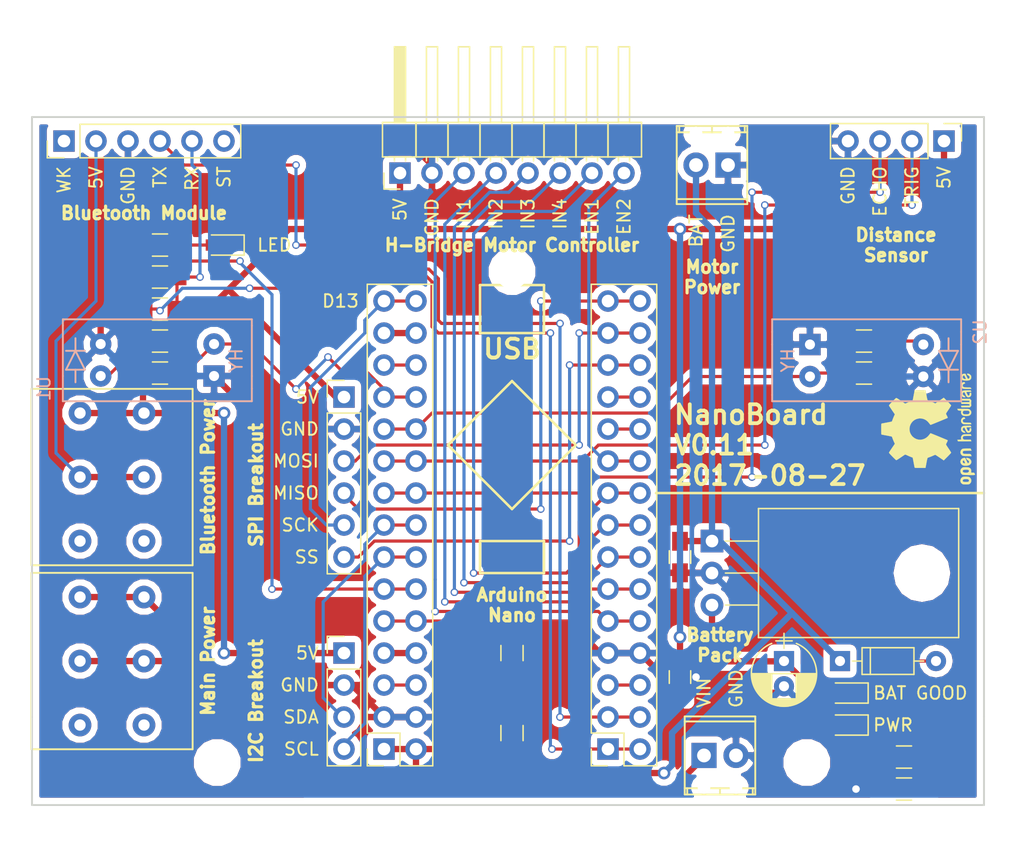
<source format=kicad_pcb>
(kicad_pcb (version 4) (host pcbnew 4.0.5)
  (layers (0 F.Cu signal) (31 B.Cu signal) (34 B.Paste user) (35 F.Paste user) (36 B.SilkS user) (37 F.SilkS user) (38 B.Mask user) (39 F.Mask user) (44 Edge.Cuts user))
  (net 0 "")
  (net 1 +5V)
  (net 2 GND)
  (net 3 /D2_IN1)
  (net 4 /D3_IN2)
  (net 5 /D4_IN3)
  (net 6 /D5_IN4)
  (net 7 /D6_EN1)
  (net 8 /D7_EN2)
  (net 9 /A2_UT_TRIG)
  (net 10 /A3_UT_ECHO)
  (net 11 /BAT)
  (net 12 /TX)
  (net 13 /RX)
  (net 14 /RST)
  (net 15 /D10_SS)
  (net 16 /D11_MOSI)
  (net 17 /D12_MISO)
  (net 18 /A5_SCL)
  (net 19 /A4_SDA)
  (net 20 /A1_OPT_R)
  (net 21 /A0_OPT_L)
  (net 22 /REF)
  (net 23 /3V3)
  (net 24 /D13_SCK)
  (net 25 "Net-(P7-Pad5)")
  (net 26 "Net-(R1-Pad1)")
  (net 27 "Net-(R3-Pad1)")
  (net 28 "Net-(D1-Pad1)")
  (net 29 "Net-(D4-Pad2)")
  (net 30 /A6_LED)
  (net 31 /D8)
  (net 32 /D9)
  (net 33 /A7_BATTERY)
  (net 34 "Net-(D2-Pad2)")
  (net 35 "Net-(D3-Pad1)")
  (net 36 "Net-(P7-Pad1)")
  (net 37 "Net-(P7-Pad6)")
  (net 38 "Net-(SW1-Pad3)")
  (net 39 "Net-(SW1-Pad6)")
  (net 40 "Net-(SW2-Pad3)")
  (net 41 "Net-(SW2-Pad6)")
  (net 42 /BAT-SW)
  (net 43 /SW-BT)
  (net 44 /5V)
  (module Mounting_Holes:MountingHole_2.7mm (layer F.Cu) (at 203.74 133.15)
    (fp_text reference REF** hide)
    (fp_text value MountingHole_2.7mm)
    (pad 1 np_thru_hole circle (at 0 0) (size 2.7 2.7) (drill 2.7) (layers *.Cu *.Mask))
  )
  (module Pin_Headers:Pin_Header_Straight_1x04_Pitch2.54mm (layer F.Cu) (at 214.63 83.82 270)
    (fp_text reference P2)
    (fp_text value "Ultransonic Transducer")
    (pad 1 thru_hole rect (at 0 0 270) (size 1.7 1.7) (drill 1) (layers *.Cu *.Mask) (net 1 +5V))
    (pad 2 thru_hole oval (at 0 2.54 270) (size 1.7 1.7) (drill 1) (layers *.Cu *.Mask) (net 9 /A2_UT_TRIG))
    (pad 3 thru_hole oval (at 0 5.08 270) (size 1.7 1.7) (drill 1) (layers *.Cu *.Mask) (net 10 /A3_UT_ECHO))
    (pad 4 thru_hole oval (at 0 7.62 270) (size 1.7 1.7) (drill 1) (layers *.Cu *.Mask) (net 2 GND))
  )
  (module Resistors_SMD:R_0805_HandSoldering (layer F.Cu) (at 152.4 99.695)
    (fp_text reference R1)
    (fp_text value 220R)
    (pad 1 smd rect (at -1.35 0) (size 1.5 1.3) (layers F.Cu F.Paste F.Mask) (net 26 "Net-(R1-Pad1)"))
    (pad 2 smd rect (at 1.35 0) (size 1.5 1.3) (layers F.Cu F.Paste F.Mask) (net 1 +5V))
  )
  (module Resistors_SMD:R_0805_HandSoldering (layer F.Cu) (at 152.4 102.235 180)
    (fp_text reference R2)
    (fp_text value 1k)
    (pad 1 smd rect (at -1.35 0 180) (size 1.5 1.3) (layers F.Cu F.Paste F.Mask) (net 21 /A0_OPT_L))
    (pad 2 smd rect (at 1.35 0 180) (size 1.5 1.3) (layers F.Cu F.Paste F.Mask) (net 1 +5V))
  )
  (module Resistors_SMD:R_0805_HandSoldering (layer F.Cu) (at 208.28 99.695 180)
    (fp_text reference R3)
    (fp_text value 220R)
    (pad 1 smd rect (at -1.35 0 180) (size 1.5 1.3) (layers F.Cu F.Paste F.Mask) (net 27 "Net-(R3-Pad1)"))
    (pad 2 smd rect (at 1.35 0 180) (size 1.5 1.3) (layers F.Cu F.Paste F.Mask) (net 1 +5V))
  )
  (module Resistors_SMD:R_0805_HandSoldering (layer F.Cu) (at 208.28 102.235)
    (fp_text reference R4)
    (fp_text value 1k)
    (pad 1 smd rect (at -1.35 0) (size 1.5 1.3) (layers F.Cu F.Paste F.Mask) (net 20 /A1_OPT_R))
    (pad 2 smd rect (at 1.35 0) (size 1.5 1.3) (layers F.Cu F.Paste F.Mask) (net 1 +5V))
  )
  (module Resistors_SMD:R_0805_HandSoldering (layer F.Cu) (at 152.4 94.615)
    (fp_text reference R5)
    (fp_text value 2.2k)
    (pad 1 smd rect (at -1.35 0) (size 1.5 1.3) (layers F.Cu F.Paste F.Mask) (net 2 GND))
    (pad 2 smd rect (at 1.35 0) (size 1.5 1.3) (layers F.Cu F.Paste F.Mask) (net 25 "Net-(P7-Pad5)"))
  )
  (module Resistors_SMD:R_0805_HandSoldering (layer F.Cu) (at 152.4 97.155 180)
    (fp_text reference R6)
    (fp_text value 1k)
    (pad 1 smd rect (at -1.35 0 180) (size 1.5 1.3) (layers F.Cu F.Paste F.Mask) (net 25 "Net-(P7-Pad5)"))
    (pad 2 smd rect (at 1.35 0 180) (size 1.5 1.3) (layers F.Cu F.Paste F.Mask) (net 12 /TX))
  )
  (module Diodes_SMD:D_0805 (layer F.Cu) (at 207.01 130.175 180)
    (fp_text reference D1)
    (fp_text value PWR)
    (pad 1 smd rect (at -1.05 0 180) (size 0.8 0.9) (layers F.Cu F.Paste F.Mask) (net 28 "Net-(D1-Pad1)"))
    (pad 2 smd rect (at 1.05 0 180) (size 0.8 0.9) (layers F.Cu F.Paste F.Mask) (net 1 +5V))
  )
  (module Resistors_SMD:R_0805_HandSoldering (layer F.Cu) (at 211.455 132.715 180)
    (fp_text reference R7)
    (fp_text value 220R)
    (pad 1 smd rect (at -1.35 0 180) (size 1.5 1.3) (layers F.Cu F.Paste F.Mask) (net 2 GND))
    (pad 2 smd rect (at 1.35 0 180) (size 1.5 1.3) (layers F.Cu F.Paste F.Mask) (net 28 "Net-(D1-Pad1)"))
  )
  (module Resistors_SMD:R_0805_HandSoldering (layer F.Cu) (at 180.34 130.81 90)
    (fp_text reference R8)
    (fp_text value 10K)
    (pad 1 smd rect (at -1.35 0 90) (size 1.5 1.3) (layers F.Cu F.Paste F.Mask) (net 11 /BAT))
    (pad 2 smd rect (at 1.35 0 90) (size 1.5 1.3) (layers F.Cu F.Paste F.Mask) (net 33 /A7_BATTERY))
  )
  (module Resistors_SMD:R_0805_HandSoldering (layer F.Cu) (at 180.34 124.46 90)
    (fp_text reference R9)
    (fp_text value 10K)
    (pad 1 smd rect (at -1.35 0 90) (size 1.5 1.3) (layers F.Cu F.Paste F.Mask) (net 33 /A7_BATTERY))
    (pad 2 smd rect (at 1.35 0 90) (size 1.5 1.3) (layers F.Cu F.Paste F.Mask) (net 2 GND))
  )
  (module Socket_Strips:Socket_Strip_Straight_1x04_Pitch2.54mm (layer F.Cu) (at 167.005 124.46)
    (fp_text reference P6)
    (fp_text value "I2C Breakout")
    (pad 1 thru_hole rect (at 0 0) (size 1.7 1.7) (drill 1) (layers *.Cu *.Mask) (net 1 +5V))
    (pad 2 thru_hole oval (at 0 2.54) (size 1.7 1.7) (drill 1) (layers *.Cu *.Mask) (net 2 GND))
    (pad 3 thru_hole oval (at 0 5.08) (size 1.7 1.7) (drill 1) (layers *.Cu *.Mask) (net 19 /A4_SDA))
    (pad 4 thru_hole oval (at 0 7.62) (size 1.7 1.7) (drill 1) (layers *.Cu *.Mask) (net 18 /A5_SCL))
  )
  (module Socket_Strips:Socket_Strip_Straight_1x06_Pitch2.54mm (layer F.Cu) (at 144.78 83.82 90)
    (fp_text reference P7)
    (fp_text value "HC-05 Bluetooth Connection")
    (pad 1 thru_hole rect (at 0 0 90) (size 1.7 1.7) (drill 1) (layers *.Cu *.Mask) (net 36 "Net-(P7-Pad1)"))
    (pad 2 thru_hole oval (at 0 2.54 90) (size 1.7 1.7) (drill 1) (layers *.Cu *.Mask) (net 43 /SW-BT))
    (pad 3 thru_hole oval (at 0 5.08 90) (size 1.7 1.7) (drill 1) (layers *.Cu *.Mask) (net 2 GND))
    (pad 4 thru_hole oval (at 0 7.62 90) (size 1.7 1.7) (drill 1) (layers *.Cu *.Mask) (net 13 /RX))
    (pad 5 thru_hole oval (at 0 10.16 90) (size 1.7 1.7) (drill 1) (layers *.Cu *.Mask) (net 25 "Net-(P7-Pad5)"))
    (pad 6 thru_hole oval (at 0 12.7 90) (size 1.7 1.7) (drill 1) (layers *.Cu *.Mask) (net 37 "Net-(P7-Pad6)"))
  )
  (module Socket_Strips:Socket_Strip_Straight_1x06_Pitch2.54mm (layer F.Cu) (at 167.005 104.14)
    (fp_text reference P8)
    (fp_text value "SPI Breakout")
    (pad 1 thru_hole rect (at 0 0) (size 1.7 1.7) (drill 1) (layers *.Cu *.Mask) (net 1 +5V))
    (pad 2 thru_hole oval (at 0 2.54) (size 1.7 1.7) (drill 1) (layers *.Cu *.Mask) (net 2 GND))
    (pad 3 thru_hole oval (at 0 5.08) (size 1.7 1.7) (drill 1) (layers *.Cu *.Mask) (net 16 /D11_MOSI))
    (pad 4 thru_hole oval (at 0 7.62) (size 1.7 1.7) (drill 1) (layers *.Cu *.Mask) (net 17 /D12_MISO))
    (pad 5 thru_hole oval (at 0 10.16) (size 1.7 1.7) (drill 1) (layers *.Cu *.Mask) (net 24 /D13_SCK))
    (pad 6 thru_hole oval (at 0 12.7) (size 1.7 1.7) (drill 1) (layers *.Cu *.Mask) (net 15 /D10_SS))
  )
  (module Socket_Strips:Socket_Strip_Straight_2x15_Pitch2.54mm (layer F.Cu) (at 187.96 132.08 180)
    (fp_text reference P4)
    (fp_text value "Nano Left")
    (pad 1 thru_hole rect (at 0 0 180) (size 1.7 1.7) (drill 1) (layers *.Cu *.Mask) (net 12 /TX))
    (pad 2 thru_hole oval (at -2.54 0 180) (size 1.7 1.7) (drill 1) (layers *.Cu *.Mask) (net 12 /TX))
    (pad 3 thru_hole oval (at 0 2.54 180) (size 1.7 1.7) (drill 1) (layers *.Cu *.Mask) (net 13 /RX))
    (pad 4 thru_hole oval (at -2.54 2.54 180) (size 1.7 1.7) (drill 1) (layers *.Cu *.Mask) (net 13 /RX))
    (pad 5 thru_hole oval (at 0 5.08 180) (size 1.7 1.7) (drill 1) (layers *.Cu *.Mask) (net 14 /RST))
    (pad 6 thru_hole oval (at -2.54 5.08 180) (size 1.7 1.7) (drill 1) (layers *.Cu *.Mask) (net 14 /RST))
    (pad 7 thru_hole oval (at 0 7.62 180) (size 1.7 1.7) (drill 1) (layers *.Cu *.Mask) (net 2 GND))
    (pad 8 thru_hole oval (at -2.54 7.62 180) (size 1.7 1.7) (drill 1) (layers *.Cu *.Mask) (net 2 GND))
    (pad 9 thru_hole oval (at 0 10.16 180) (size 1.7 1.7) (drill 1) (layers *.Cu *.Mask) (net 3 /D2_IN1))
    (pad 10 thru_hole oval (at -2.54 10.16 180) (size 1.7 1.7) (drill 1) (layers *.Cu *.Mask) (net 3 /D2_IN1))
    (pad 11 thru_hole oval (at 0 12.7 180) (size 1.7 1.7) (drill 1) (layers *.Cu *.Mask) (net 4 /D3_IN2))
    (pad 12 thru_hole oval (at -2.54 12.7 180) (size 1.7 1.7) (drill 1) (layers *.Cu *.Mask) (net 4 /D3_IN2))
    (pad 13 thru_hole oval (at 0 15.24 180) (size 1.7 1.7) (drill 1) (layers *.Cu *.Mask) (net 5 /D4_IN3))
    (pad 14 thru_hole oval (at -2.54 15.24 180) (size 1.7 1.7) (drill 1) (layers *.Cu *.Mask) (net 5 /D4_IN3))
    (pad 15 thru_hole oval (at 0 17.78 180) (size 1.7 1.7) (drill 1) (layers *.Cu *.Mask) (net 6 /D5_IN4))
    (pad 16 thru_hole oval (at -2.54 17.78 180) (size 1.7 1.7) (drill 1) (layers *.Cu *.Mask) (net 6 /D5_IN4))
    (pad 17 thru_hole oval (at 0 20.32 180) (size 1.7 1.7) (drill 1) (layers *.Cu *.Mask) (net 7 /D6_EN1))
    (pad 18 thru_hole oval (at -2.54 20.32 180) (size 1.7 1.7) (drill 1) (layers *.Cu *.Mask) (net 7 /D6_EN1))
    (pad 19 thru_hole oval (at 0 22.86 180) (size 1.7 1.7) (drill 1) (layers *.Cu *.Mask) (net 8 /D7_EN2))
    (pad 20 thru_hole oval (at -2.54 22.86 180) (size 1.7 1.7) (drill 1) (layers *.Cu *.Mask) (net 8 /D7_EN2))
    (pad 21 thru_hole oval (at 0 25.4 180) (size 1.7 1.7) (drill 1) (layers *.Cu *.Mask) (net 31 /D8))
    (pad 22 thru_hole oval (at -2.54 25.4 180) (size 1.7 1.7) (drill 1) (layers *.Cu *.Mask) (net 31 /D8))
    (pad 23 thru_hole oval (at 0 27.94 180) (size 1.7 1.7) (drill 1) (layers *.Cu *.Mask) (net 32 /D9))
    (pad 24 thru_hole oval (at -2.54 27.94 180) (size 1.7 1.7) (drill 1) (layers *.Cu *.Mask) (net 32 /D9))
    (pad 25 thru_hole oval (at 0 30.48 180) (size 1.7 1.7) (drill 1) (layers *.Cu *.Mask) (net 15 /D10_SS))
    (pad 26 thru_hole oval (at -2.54 30.48 180) (size 1.7 1.7) (drill 1) (layers *.Cu *.Mask) (net 15 /D10_SS))
    (pad 27 thru_hole oval (at 0 33.02 180) (size 1.7 1.7) (drill 1) (layers *.Cu *.Mask) (net 16 /D11_MOSI))
    (pad 28 thru_hole oval (at -2.54 33.02 180) (size 1.7 1.7) (drill 1) (layers *.Cu *.Mask) (net 16 /D11_MOSI))
    (pad 29 thru_hole oval (at 0 35.56 180) (size 1.7 1.7) (drill 1) (layers *.Cu *.Mask) (net 17 /D12_MISO))
    (pad 30 thru_hole oval (at -2.54 35.56 180) (size 1.7 1.7) (drill 1) (layers *.Cu *.Mask) (net 17 /D12_MISO))
  )
  (module Socket_Strips:Socket_Strip_Straight_2x15_Pitch2.54mm (layer F.Cu) (at 170.18 132.08 180)
    (fp_text reference P5)
    (fp_text value "Nano Right")
    (pad 1 thru_hole rect (at 0 0 180) (size 1.7 1.7) (drill 1) (layers *.Cu *.Mask) (net 11 /BAT))
    (pad 2 thru_hole oval (at -2.54 0 180) (size 1.7 1.7) (drill 1) (layers *.Cu *.Mask) (net 11 /BAT))
    (pad 3 thru_hole oval (at 0 2.54 180) (size 1.7 1.7) (drill 1) (layers *.Cu *.Mask) (net 2 GND))
    (pad 4 thru_hole oval (at -2.54 2.54 180) (size 1.7 1.7) (drill 1) (layers *.Cu *.Mask) (net 2 GND))
    (pad 5 thru_hole oval (at 0 5.08 180) (size 1.7 1.7) (drill 1) (layers *.Cu *.Mask) (net 14 /RST))
    (pad 6 thru_hole oval (at -2.54 5.08 180) (size 1.7 1.7) (drill 1) (layers *.Cu *.Mask) (net 14 /RST))
    (pad 7 thru_hole oval (at 0 7.62 180) (size 1.7 1.7) (drill 1) (layers *.Cu *.Mask) (net 44 /5V))
    (pad 8 thru_hole oval (at -2.54 7.62 180) (size 1.7 1.7) (drill 1) (layers *.Cu *.Mask) (net 44 /5V))
    (pad 9 thru_hole oval (at 0 10.16 180) (size 1.7 1.7) (drill 1) (layers *.Cu *.Mask) (net 33 /A7_BATTERY))
    (pad 10 thru_hole oval (at -2.54 10.16 180) (size 1.7 1.7) (drill 1) (layers *.Cu *.Mask) (net 33 /A7_BATTERY))
    (pad 11 thru_hole oval (at 0 12.7 180) (size 1.7 1.7) (drill 1) (layers *.Cu *.Mask) (net 30 /A6_LED))
    (pad 12 thru_hole oval (at -2.54 12.7 180) (size 1.7 1.7) (drill 1) (layers *.Cu *.Mask) (net 30 /A6_LED))
    (pad 13 thru_hole oval (at 0 15.24 180) (size 1.7 1.7) (drill 1) (layers *.Cu *.Mask) (net 18 /A5_SCL))
    (pad 14 thru_hole oval (at -2.54 15.24 180) (size 1.7 1.7) (drill 1) (layers *.Cu *.Mask) (net 18 /A5_SCL))
    (pad 15 thru_hole oval (at 0 17.78 180) (size 1.7 1.7) (drill 1) (layers *.Cu *.Mask) (net 19 /A4_SDA))
    (pad 16 thru_hole oval (at -2.54 17.78 180) (size 1.7 1.7) (drill 1) (layers *.Cu *.Mask) (net 19 /A4_SDA))
    (pad 17 thru_hole oval (at 0 20.32 180) (size 1.7 1.7) (drill 1) (layers *.Cu *.Mask) (net 10 /A3_UT_ECHO))
    (pad 18 thru_hole oval (at -2.54 20.32 180) (size 1.7 1.7) (drill 1) (layers *.Cu *.Mask) (net 10 /A3_UT_ECHO))
    (pad 19 thru_hole oval (at 0 22.86 180) (size 1.7 1.7) (drill 1) (layers *.Cu *.Mask) (net 9 /A2_UT_TRIG))
    (pad 20 thru_hole oval (at -2.54 22.86 180) (size 1.7 1.7) (drill 1) (layers *.Cu *.Mask) (net 9 /A2_UT_TRIG))
    (pad 21 thru_hole oval (at 0 25.4 180) (size 1.7 1.7) (drill 1) (layers *.Cu *.Mask) (net 20 /A1_OPT_R))
    (pad 22 thru_hole oval (at -2.54 25.4 180) (size 1.7 1.7) (drill 1) (layers *.Cu *.Mask) (net 20 /A1_OPT_R))
    (pad 23 thru_hole oval (at 0 27.94 180) (size 1.7 1.7) (drill 1) (layers *.Cu *.Mask) (net 21 /A0_OPT_L))
    (pad 24 thru_hole oval (at -2.54 27.94 180) (size 1.7 1.7) (drill 1) (layers *.Cu *.Mask) (net 21 /A0_OPT_L))
    (pad 25 thru_hole oval (at 0 30.48 180) (size 1.7 1.7) (drill 1) (layers *.Cu *.Mask) (net 22 /REF))
    (pad 26 thru_hole oval (at -2.54 30.48 180) (size 1.7 1.7) (drill 1) (layers *.Cu *.Mask) (net 22 /REF))
    (pad 27 thru_hole oval (at 0 33.02 180) (size 1.7 1.7) (drill 1) (layers *.Cu *.Mask) (net 23 /3V3))
    (pad 28 thru_hole oval (at -2.54 33.02 180) (size 1.7 1.7) (drill 1) (layers *.Cu *.Mask) (net 23 /3V3))
    (pad 29 thru_hole oval (at 0 35.56 180) (size 1.7 1.7) (drill 1) (layers *.Cu *.Mask) (net 24 /D13_SCK))
    (pad 30 thru_hole oval (at -2.54 35.56 180) (size 1.7 1.7) (drill 1) (layers *.Cu *.Mask) (net 24 /D13_SCK))
  )
  (module Pin_Headers:Pin_Header_Angled_1x08_Pitch2.54mm (layer F.Cu) (at 171.45 86.36 90)
    (fp_text reference P1)
    (fp_text value "H-Bridge Connector")
    (pad 1 thru_hole rect (at 0 0 90) (size 1.7 1.7) (drill 1) (layers *.Cu *.Mask) (net 1 +5V))
    (pad 2 thru_hole oval (at 0 2.54 90) (size 1.7 1.7) (drill 1) (layers *.Cu *.Mask) (net 2 GND))
    (pad 3 thru_hole oval (at 0 5.08 90) (size 1.7 1.7) (drill 1) (layers *.Cu *.Mask) (net 3 /D2_IN1))
    (pad 4 thru_hole oval (at 0 7.62 90) (size 1.7 1.7) (drill 1) (layers *.Cu *.Mask) (net 4 /D3_IN2))
    (pad 5 thru_hole oval (at 0 10.16 90) (size 1.7 1.7) (drill 1) (layers *.Cu *.Mask) (net 5 /D4_IN3))
    (pad 6 thru_hole oval (at 0 12.7 90) (size 1.7 1.7) (drill 1) (layers *.Cu *.Mask) (net 6 /D5_IN4))
    (pad 7 thru_hole oval (at 0 15.24 90) (size 1.7 1.7) (drill 1) (layers *.Cu *.Mask) (net 7 /D6_EN1))
    (pad 8 thru_hole oval (at 0 17.78 90) (size 1.7 1.7) (drill 1) (layers *.Cu *.Mask) (net 8 /D7_EN2))
  )
  (module Capacitors_SMD:C_0805_HandSoldering (layer F.Cu) (at 193.675 116.84 270)
    (fp_text reference C1)
    (fp_text value 1u)
    (pad 1 smd rect (at -1.25 0 270) (size 1.5 1.25) (layers F.Cu F.Paste F.Mask) (net 11 /BAT))
    (pad 2 smd rect (at 1.25 0 270) (size 1.5 1.25) (layers F.Cu F.Paste F.Mask) (net 2 GND))
  )
  (module Capacitors_SMD:C_0805_HandSoldering (layer F.Cu) (at 193.675 126.365 270)
    (fp_text reference C2)
    (fp_text value 1u)
    (pad 1 smd rect (at -1.25 0 270) (size 1.5 1.25) (layers F.Cu F.Paste F.Mask) (net 1 +5V))
    (pad 2 smd rect (at 1.25 0 270) (size 1.5 1.25) (layers F.Cu F.Paste F.Mask) (net 2 GND))
  )
  (module Capacitors_THT:CP_Radial_D5.0mm_P2.00mm (layer F.Cu) (at 201.93 125.095 270)
    (fp_text reference C3)
    (fp_text value 10u)
    (pad 1 thru_hole rect (at 0 0 270) (size 1.6 1.6) (drill 0.8) (layers *.Cu *.Mask) (net 1 +5V))
    (pad 2 thru_hole circle (at 2 0 270) (size 1.6 1.6) (drill 0.8) (layers *.Cu *.Mask) (net 2 GND))
  )
  (module Mounting_Holes:MountingHole_2.7mm (layer F.Cu) (at 180.34 94.18)
    (fp_text reference REF** hide)
    (fp_text value MountingHole_2.7mm)
    (pad 1 np_thru_hole circle (at 0 0) (size 2.7 2.7) (drill 2.7) (layers *.Cu *.Mask))
  )
  (module Mounting_Holes:MountingHole_2.7mm (layer F.Cu) (at 156.94 133.15)
    (fp_text reference REF** hide)
    (fp_text value MountingHole_2.7mm)
    (pad 1 np_thru_hole circle (at 0 0) (size 2.7 2.7) (drill 2.7) (layers *.Cu *.Mask))
  )
  (module Diodes_SMD:D_0805 (layer F.Cu) (at 157.48 92.075 180)
    (fp_text reference D4)
    (fp_text value LED)
    (pad 1 smd rect (at -1.05 0 180) (size 0.8 0.9) (layers F.Cu F.Paste F.Mask) (net 2 GND))
    (pad 2 smd rect (at 1.05 0 180) (size 0.8 0.9) (layers F.Cu F.Paste F.Mask) (net 29 "Net-(D4-Pad2)"))
  )
  (module Resistors_SMD:R_0805_HandSoldering (layer F.Cu) (at 152.4 92.075)
    (fp_text reference R10)
    (fp_text value 220R)
    (pad 1 smd rect (at -1.35 0) (size 1.5 1.3) (layers F.Cu F.Paste F.Mask) (net 30 /A6_LED))
    (pad 2 smd rect (at 1.35 0) (size 1.5 1.3) (layers F.Cu F.Paste F.Mask) (net 29 "Net-(D4-Pad2)"))
  )
  (module myLibrary:TerminalBlock_RS_Pro_MPT-2.54mm_2pol (layer F.Cu) (at 195.58 132.588)
    (fp_text reference P3)
    (fp_text value "Battery Pack Connection")
    (pad 2 thru_hole oval (at 2.54 0) (size 1.99898 1.99898) (drill 1.09728) (layers *.Cu *.Mask) (net 2 GND))
    (pad 1 thru_hole rect (at 0 0) (size 1.99898 1.99898) (drill 1.09728) (layers *.Cu *.Mask) (net 42 /BAT-SW))
    (pad "" np_thru_hole circle (at 0 2.54) (size 1 1) (drill 1) (layers *.Cu *.Mask))
    (pad "" np_thru_hole circle (at 2.54 2.54) (size 1 1) (drill 1) (layers *.Cu *.Mask))
  )
  (module myLibrary:TerminalBlock_RS_Pro_MPT-2.54mm_2pol (layer F.Cu) (at 197.485 85.725 180)
    (fp_text reference P9)
    (fp_text value "Motor Connection")
    (pad 2 thru_hole oval (at 2.54 0 180) (size 1.99898 1.99898) (drill 1.09728) (layers *.Cu *.Mask) (net 11 /BAT))
    (pad 1 thru_hole rect (at 0 0 180) (size 1.99898 1.99898) (drill 1.09728) (layers *.Cu *.Mask) (net 2 GND))
    (pad "" np_thru_hole circle (at 0 2.54 180) (size 1 1) (drill 1) (layers *.Cu *.Mask))
    (pad "" np_thru_hole circle (at 2.54 2.54 180) (size 1 1) (drill 1) (layers *.Cu *.Mask))
  )
  (module Resistors_SMD:R_0805_HandSoldering (layer F.Cu) (at 211.455 135.255 180)
    (fp_text reference R11)
    (fp_text value 220R)
    (pad 1 smd rect (at -1.35 0 180) (size 1.5 1.3) (layers F.Cu F.Paste F.Mask) (net 35 "Net-(D3-Pad1)"))
    (pad 2 smd rect (at 1.35 0 180) (size 1.5 1.3) (layers F.Cu F.Paste F.Mask) (net 2 GND))
  )
  (module myLibrary:Dailywell_DPDT_Switch (layer F.Cu) (at 148.59 125.095)
    (fp_text reference SW1)
    (fp_text value SW_DPDT)
    (pad 1 thru_hole circle (at -2.54 -5.08) (size 1.8 1.8) (drill 0.9) (layers *.Cu *.Mask) (net 11 /BAT))
    (pad 4 thru_hole circle (at 2.54 -5.08) (size 1.8 1.8) (drill 0.9) (layers *.Cu *.Mask) (net 11 /BAT))
    (pad 2 thru_hole circle (at -2.54 0) (size 1.8 1.8) (drill 0.9) (layers *.Cu *.Mask) (net 42 /BAT-SW))
    (pad 5 thru_hole circle (at 2.54 0) (size 1.8 1.8) (drill 0.9) (layers *.Cu *.Mask) (net 42 /BAT-SW))
    (pad 3 thru_hole circle (at -2.54 5.08) (size 1.8 1.8) (drill 0.9) (layers *.Cu *.Mask) (net 38 "Net-(SW1-Pad3)"))
    (pad 6 thru_hole circle (at 2.54 5.08) (size 1.8 1.8) (drill 0.9) (layers *.Cu *.Mask) (net 39 "Net-(SW1-Pad6)"))
  )
  (module myLibrary:Dailywell_DPDT_Switch (layer F.Cu) (at 148.59 110.49)
    (fp_text reference SW2)
    (fp_text value SW_DPDT)
    (pad 1 thru_hole circle (at -2.54 -5.08) (size 1.8 1.8) (drill 0.9) (layers *.Cu *.Mask) (net 1 +5V))
    (pad 4 thru_hole circle (at 2.54 -5.08) (size 1.8 1.8) (drill 0.9) (layers *.Cu *.Mask) (net 1 +5V))
    (pad 2 thru_hole circle (at -2.54 0) (size 1.8 1.8) (drill 0.9) (layers *.Cu *.Mask) (net 43 /SW-BT))
    (pad 5 thru_hole circle (at 2.54 0) (size 1.8 1.8) (drill 0.9) (layers *.Cu *.Mask) (net 43 /SW-BT))
    (pad 3 thru_hole circle (at -2.54 5.08) (size 1.8 1.8) (drill 0.9) (layers *.Cu *.Mask) (net 40 "Net-(SW2-Pad3)"))
    (pad 6 thru_hole circle (at 2.54 5.08) (size 1.8 1.8) (drill 0.9) (layers *.Cu *.Mask) (net 41 "Net-(SW2-Pad6)"))
  )
  (module myLibrary:TO-220_Horizontal_FIXED (layer F.Cu) (at 196.215 115.57 270)
    (fp_text reference U3)
    (fp_text value 7805)
    (pad None np_thru_hole oval (at 2.54 -16.66 270) (size 3.5 3.5) (drill 3.5) (layers *.Cu *.Mask))
    (pad VI thru_hole rect (at 0 0 270) (size 1.8 1.8) (drill 1) (layers *.Cu *.Mask) (net 11 /BAT))
    (pad GND thru_hole oval (at 2.54 0 270) (size 1.8 1.8) (drill 1) (layers *.Cu *.Mask) (net 2 GND))
    (pad VO thru_hole oval (at 5.08 0 270) (size 1.8 1.8) (drill 1) (layers *.Cu *.Mask) (net 1 +5V))
  )
  (module Diodes_THT:D_DO-35_SOD27_P7.62mm_Horizontal (layer F.Cu) (at 206.375 125.095)
    (fp_text reference D2)
    (fp_text value 5V1)
    (pad 1 thru_hole rect (at 0 0) (size 1.6 1.6) (drill 0.8) (layers *.Cu *.Mask) (net 11 /BAT))
    (pad 2 thru_hole oval (at 7.62 0) (size 1.6 1.6) (drill 0.8) (layers *.Cu *.Mask) (net 34 "Net-(D2-Pad2)"))
  )
  (module Diodes_SMD:D_0805 (layer F.Cu) (at 207.01 127.635 180)
    (fp_text reference D3)
    (fp_text value LED)
    (pad 1 smd rect (at -1.05 0 180) (size 0.8 0.9) (layers F.Cu F.Paste F.Mask) (net 35 "Net-(D3-Pad1)"))
    (pad 2 smd rect (at 1.05 0 180) (size 0.8 0.9) (layers F.Cu F.Paste F.Mask) (net 34 "Net-(D2-Pad2)"))
  )
  (module myLibrary:LTH-301-07 (layer B.Cu) (at 156.69 102.47 90)
    (fp_text reference U1 (at -1 -13.5 90) (layer B.SilkS) (effects (justify mirror)))
    (fp_text value "Left Optocoupler")
    (fp_text user HY (at 1.25 1.75 90) (layer B.SilkS) (effects (justify mirror)))
    (pad 15 thru_hole rect (at 0 0 90) (size 1.7 1.7) (drill 0.8) (layers *.Cu *.Mask) (net 2 GND))
    (pad 16 thru_hole circle (at 2.54 0 90) (size 1.7 1.7) (drill 0.8) (layers *.Cu *.Mask) (net 21 /A0_OPT_L))
    (pad 1 thru_hole circle (at 0 -9 90) (size 1.7 1.7) (drill 0.8) (layers *.Cu *.Mask) (net 26 "Net-(R1-Pad1)"))
    (pad 2 thru_hole circle (at 2.54 -9 90) (size 1.7 1.7) (drill 0.8) (layers *.Cu *.Mask) (net 2 GND))
  )
  (module myLibrary:LTH-301-07 (layer B.Cu) (at 203.99 99.97 270)
    (fp_text reference U2 (at -1 -13.5 270) (layer B.SilkS) (effects (justify mirror)))
    (fp_text value "Right Optocoupler")
    (fp_text user HY (at 1.25 1.75 270) (layer B.SilkS) (effects (justify mirror)))
    (pad 15 thru_hole rect (at 0 0 270) (size 1.7 1.7) (drill 0.8) (layers *.Cu *.Mask) (net 2 GND))
    (pad 16 thru_hole circle (at 2.54 0 270) (size 1.7 1.7) (drill 0.8) (layers *.Cu *.Mask) (net 20 /A1_OPT_R))
    (pad 1 thru_hole circle (at 0 -9 270) (size 1.7 1.7) (drill 0.8) (layers *.Cu *.Mask) (net 27 "Net-(R3-Pad1)"))
    (pad 2 thru_hole circle (at 2.54 -9 270) (size 1.7 1.7) (drill 0.8) (layers *.Cu *.Mask) (net 2 GND))
  )
  (module Symbols:OSHW-Logo2_9.8x8mm_SilkScreen (layer F.Cu) (at 213.36 106.68 90)
    (fp_text reference REF*** hide)
    (fp_text value OSHW-Logo2_9.8x8mm_SilkScreen hide)
  )
  (gr_line (start 191.77 111.76) (end 217.805 111.76) (angle 90) (layer F.SilkS) (width 0.2))
  (gr_text D13 (at 168.275 96.52) (layer F.SilkS) (effects (font (size 1 1)) (justify right)))
  (gr_text "Main Power" (at 156.21 125.095 90) (layer F.SilkS) (effects (font (size 1 1) (thickness 0.25))))
  (gr_text "Bluetooth Power" (at 156.21 110.49 90) (layer F.SilkS) (effects (font (size 1 1) (thickness 0.25))))
  (gr_text "BAT GOOD" (at 208.915 127.635) (layer F.SilkS) (effects (font (size 1 1)) (justify left)))
  (gr_line (start 177.8 118.11) (end 182.88 118.11) (angle 90) (layer F.SilkS) (width 0.2))
  (gr_text USB (at 180.34 100.33) (layer F.SilkS) (effects (font (size 1.5 1.5) (thickness 0.3))))
  (gr_text LED (at 160.02 92.075) (layer F.SilkS) (effects (font (size 1 1)) (justify left)))
  (gr_text SCL (at 165.1 132.08) (layer F.SilkS) (effects (font (size 1 1)) (justify right)))
  (gr_text SDA (at 165.1 129.54) (layer F.SilkS) (effects (font (size 1 1)) (justify right)))
  (gr_text GND (at 165.1 127) (layer F.SilkS) (effects (font (size 1 1)) (justify right)))
  (gr_text 5V (at 165.1 124.46) (layer F.SilkS) (effects (font (size 1 1)) (justify right)))
  (gr_text EN2 (at 189.23 88.265 90) (layer F.SilkS) (effects (font (size 1 1)) (justify right)))
  (gr_text EN1 (at 186.69 88.265 90) (layer F.SilkS) (effects (font (size 1 1)) (justify right)))
  (gr_text IN4 (at 184.15 88.265 90) (layer F.SilkS) (effects (font (size 1 1)) (justify right)))
  (gr_text IN3 (at 181.61 88.265 90) (layer F.SilkS) (effects (font (size 1 1)) (justify right)))
  (gr_text IN2 (at 179.07 88.265 90) (layer F.SilkS) (effects (font (size 1 1)) (justify right)))
  (gr_text IN1 (at 176.53 88.265 90) (layer F.SilkS) (effects (font (size 1 1)) (justify right)))
  (gr_text GND (at 173.99 88.265 90) (layer F.SilkS) (effects (font (size 1 1)) (justify right)))
  (gr_text 5V (at 171.45 88.265 90) (layer F.SilkS) (effects (font (size 1 1)) (justify right)))
  (gr_text "I2C Breakout" (at 160.02 128.27 90) (layer F.SilkS) (effects (font (size 1 1) (thickness 0.25))))
  (gr_text "H-Bridge Motor Controller" (at 180.34 92.075) (layer F.SilkS) (effects (font (size 1 1) (thickness 0.25))))
  (gr_text GND (at 207.01 85.725 90) (layer F.SilkS) (effects (font (size 1 1)) (justify right)))
  (gr_text ECHO (at 209.55 85.725 90) (layer F.SilkS) (effects (font (size 1 1)) (justify right)))
  (gr_text TRIG (at 212.09 85.725 90) (layer F.SilkS) (effects (font (size 1 1)) (justify right)))
  (gr_text 5V (at 214.63 85.725 90) (layer F.SilkS) (effects (font (size 1 1)) (justify right)))
  (gr_text "Distance\nSensor" (at 210.82 92.075) (layer F.SilkS) (effects (font (size 1 1) (thickness 0.25))))
  (gr_text GND (at 198.12 128.905 90) (layer F.SilkS) (effects (font (size 1 1)) (justify left)))
  (gr_text VIN (at 195.58 128.905 90) (layer F.SilkS) (effects (font (size 1 1)) (justify left)))
  (gr_text "Battery\nPack" (at 196.85 123.825) (layer F.SilkS) (effects (font (size 1 1) (thickness 0.25))))
  (gr_text GND (at 197.485 89.535 90) (layer F.SilkS) (effects (font (size 1 1)) (justify right)))
  (gr_text BAT (at 194.945 89.535 90) (layer F.SilkS) (effects (font (size 1 1)) (justify right)))
  (gr_text "Motor\nPower" (at 196.215 94.615) (layer F.SilkS) (effects (font (size 1 1) (thickness 0.25))))
  (gr_text 5V (at 165.1 104.14) (layer F.SilkS) (effects (font (size 1 1)) (justify right)))
  (gr_text GND (at 165.1 106.68) (layer F.SilkS) (effects (font (size 1 1)) (justify right)))
  (gr_text MOSI (at 165.1 109.22) (layer F.SilkS) (effects (font (size 1 1)) (justify right)))
  (gr_text MISO (at 165.1 111.76) (layer F.SilkS) (effects (font (size 1 1)) (justify right)))
  (gr_text SCK (at 165.1 114.3) (layer F.SilkS) (effects (font (size 1 1)) (justify right)))
  (gr_text SS (at 165.1 116.84) (layer F.SilkS) (effects (font (size 1 1)) (justify right)))
  (gr_text "SPI Breakout" (at 160.02 111.125 90) (layer F.SilkS) (effects (font (size 1 1) (thickness 0.25))))
  (gr_text PWR (at 208.915 130.175) (layer F.SilkS) (effects (font (size 1 1)) (justify left)))
  (gr_text WK (at 144.78 85.725 90) (layer F.SilkS) (effects (font (size 1 1)) (justify right)))
  (gr_text ST (at 157.48 85.725 90) (layer F.SilkS) (effects (font (size 1 1)) (justify right)))
  (gr_text RX (at 154.94 85.725 90) (layer F.SilkS) (effects (font (size 1 1)) (justify right)))
  (gr_text TX (at 152.4 85.725 90) (layer F.SilkS) (effects (font (size 1 1)) (justify right)))
  (gr_text GND (at 149.86 85.725 90) (layer F.SilkS) (effects (font (size 1 1)) (justify right)))
  (gr_text 5V (at 147.32 85.725 90) (layer F.SilkS) (effects (font (size 1 1)) (justify right)))
  (gr_text "Bluetooth Module" (at 151.13 89.535) (layer F.SilkS) (effects (font (size 1 1) (thickness 0.25))))
  (gr_line (start 217.805 136.525) (end 217.805 129.54) (angle 90) (layer Edge.Cuts) (width 0.15))
  (gr_line (start 142.24 136.525) (end 217.805 136.525) (angle 90) (layer Edge.Cuts) (width 0.15))
  (gr_line (start 142.24 129.54) (end 142.24 136.525) (angle 90) (layer Edge.Cuts) (width 0.15))
  (gr_text "Arduino\nNano" (at 180.34 120.65) (layer F.SilkS) (effects (font (size 1 1) (thickness 0.25))))
  (gr_text "NanoBoard\nV0.11\n2017-08-27" (at 193.04 107.95) (layer F.SilkS) (effects (font (size 1.5 1.5) (thickness 0.3)) (justify left)))
  (gr_line (start 142.24 81.915) (end 142.24 129.54) (angle 90) (layer Edge.Cuts) (width 0.15))
  (gr_line (start 217.805 81.915) (end 217.805 129.54) (angle 90) (layer Edge.Cuts) (width 0.15))
  (gr_line (start 142.24 81.915) (end 217.805 81.915) (angle 90) (layer Edge.Cuts) (width 0.15))
  (gr_line (start 182.88 99.06) (end 182.88 95.25) (angle 90) (layer F.SilkS) (width 0.2))
  (gr_line (start 177.8 99.06) (end 182.88 99.06) (angle 90) (layer F.SilkS) (width 0.2))
  (gr_line (start 177.8 95.25) (end 177.8 99.06) (angle 90) (layer F.SilkS) (width 0.2))
  (gr_line (start 177.8 115.57) (end 177.8 118.11) (angle 90) (layer F.SilkS) (width 0.2))
  (gr_line (start 182.88 115.57) (end 177.8 115.57) (angle 90) (layer F.SilkS) (width 0.2))
  (gr_line (start 182.88 118.11) (end 182.88 115.57) (angle 90) (layer F.SilkS) (width 0.2))
  (gr_line (start 177.8 95.25) (end 182.88 95.25) (angle 90) (layer F.SilkS) (width 0.2))
  (gr_line (start 180.34 113.03) (end 175.26 107.95) (angle 90) (layer F.SilkS) (width 0.2))
  (gr_line (start 185.42 107.95) (end 180.34 113.03) (angle 90) (layer F.SilkS) (width 0.2))
  (gr_line (start 180.34 102.87) (end 185.42 107.95) (angle 90) (layer F.SilkS) (width 0.2))
  (gr_line (start 175.26 107.95) (end 180.34 102.87) (angle 90) (layer F.SilkS) (width 0.2))
  (segment (start 196.215 120.65) (end 196.215 122.575) (width 0.5) (layer F.Cu) (net 1))
  (segment (start 196.215 122.575) (end 193.675 125.115) (width 0.5) (layer F.Cu) (net 1))
  (segment (start 193.675 119.253) (end 193.675 123.19) (width 0.5) (layer B.Cu) (net 1))
  (segment (start 193.675 123.19) (end 193.675 125.115) (width 0.5) (layer F.Cu) (net 1))
  (via (at 193.675 123.19) (size 1) (drill 0.6) (layers F.Cu B.Cu) (net 1))
  (segment (start 167.005 124.46) (end 157.48 124.46) (width 0.5) (layer F.Cu) (net 1))
  (segment (start 157.48 105.41) (end 151.13 105.41) (width 0.5) (layer F.Cu) (net 1))
  (via (at 157.48 105.41) (size 1) (drill 0.6) (layers F.Cu B.Cu) (net 1))
  (segment (start 157.48 118.11) (end 157.48 105.41) (width 0.5) (layer B.Cu) (net 1))
  (segment (start 157.48 124.46) (end 157.48 118.11) (width 0.5) (layer B.Cu) (net 1))
  (via (at 157.48 124.46) (size 1) (drill 0.6) (layers F.Cu B.Cu) (net 1))
  (segment (start 206.93 93.345) (end 206.93 90.805) (width 0.5) (layer F.Cu) (net 1))
  (segment (start 206.93 90.805) (end 207.01 90.805) (width 0.5) (layer F.Cu) (net 1))
  (segment (start 204.47 90.805) (end 207.01 90.805) (width 0.5) (layer F.Cu) (net 1))
  (segment (start 207.01 90.805) (end 214.47 90.805) (width 0.5) (layer F.Cu) (net 1))
  (segment (start 214.47 90.805) (end 214.63 90.645) (width 0.5) (layer F.Cu) (net 1))
  (segment (start 193.675 90.805) (end 204.47 90.805) (width 0.5) (layer F.Cu) (net 1))
  (segment (start 206.93 93.345) (end 206.93 99.695) (width 0.5) (layer F.Cu) (net 1))
  (segment (start 214.63 83.82) (end 214.63 90.645) (width 0.5) (layer F.Cu) (net 1))
  (segment (start 167.005 104.14) (end 166.37 104.14) (width 0.5) (layer F.Cu) (net 1))
  (segment (start 166.37 104.14) (end 157.8375 95.6075) (width 0.5) (layer F.Cu) (net 1))
  (segment (start 173.355 90.805) (end 162.64 90.805) (width 0.5) (layer F.Cu) (net 1))
  (segment (start 162.64 90.805) (end 157.8375 95.6075) (width 0.5) (layer F.Cu) (net 1))
  (segment (start 157.8375 95.6075) (end 153.75 99.695) (width 0.5) (layer F.Cu) (net 1))
  (segment (start 193.675 90.805) (end 193.675 90.805) (width 0.5) (layer B.Cu) (net 1))
  (segment (start 171.45 88.9) (end 171.45 86.36) (width 0.5) (layer F.Cu) (net 1))
  (segment (start 173.355 90.805) (end 171.45 88.9) (width 0.5) (layer F.Cu) (net 1))
  (segment (start 193.675 90.805) (end 173.355 90.805) (width 0.5) (layer F.Cu) (net 1))
  (via (at 193.675 90.805) (size 1) (drill 0.6) (layers F.Cu B.Cu) (net 1))
  (segment (start 206.93 99.695) (end 207.09 99.695) (width 0.5) (layer F.Cu) (net 1))
  (segment (start 207.09 99.695) (end 209.63 102.235) (width 0.5) (layer F.Cu) (net 1))
  (segment (start 193.675 119.253) (end 193.675 90.805) (width 0.5) (layer B.Cu) (net 1))
  (segment (start 193.675 125.115) (end 201.91 125.115) (width 0.5) (layer F.Cu) (net 1))
  (segment (start 201.91 125.115) (end 201.93 125.095) (width 0.5) (layer F.Cu) (net 1))
  (segment (start 205.96 130.175) (end 205.105 130.175) (width 0.5) (layer F.Cu) (net 1))
  (segment (start 203.835 127) (end 201.93 125.095) (width 0.5) (layer F.Cu) (net 1))
  (segment (start 203.835 128.905) (end 203.835 127) (width 0.5) (layer F.Cu) (net 1))
  (segment (start 205.105 130.175) (end 203.835 128.905) (width 0.5) (layer F.Cu) (net 1))
  (segment (start 151.05 102.235) (end 151.05 105.33) (width 0.5) (layer F.Cu) (net 1))
  (segment (start 151.05 105.33) (end 151.13 105.41) (width 0.5) (layer F.Cu) (net 1))
  (segment (start 146.05 105.41) (end 151.13 105.41) (width 0.5) (layer F.Cu) (net 1))
  (segment (start 153.75 99.695) (end 153.59 99.695) (width 0.5) (layer F.Cu) (net 1))
  (segment (start 153.59 99.695) (end 151.05 102.235) (width 0.5) (layer F.Cu) (net 1))
  (segment (start 151.05 102.235) (end 151.21 102.235) (width 0.25) (layer F.Cu) (net 1))
  (segment (start 187.96 124.46) (end 187.325 124.46) (width 0.5) (layer F.Cu) (net 2))
  (segment (start 187.325 124.46) (end 185.975 123.11) (width 0.5) (layer F.Cu) (net 2))
  (segment (start 185.975 123.11) (end 180.34 123.11) (width 0.5) (layer F.Cu) (net 2))
  (segment (start 193.675 89.535) (end 196.85 89.535) (width 0.5) (layer F.Cu) (net 2))
  (segment (start 197.485 88.9) (end 197.485 85.725) (width 0.5) (layer F.Cu) (net 2))
  (segment (start 196.85 89.535) (end 197.485 88.9) (width 0.5) (layer F.Cu) (net 2))
  (segment (start 204.47 83.82) (end 203.835 83.82) (width 0.5) (layer F.Cu) (net 2))
  (segment (start 207.01 83.82) (end 204.47 83.82) (width 0.5) (layer F.Cu) (net 2))
  (segment (start 197.485 85.725) (end 201.93 85.725) (width 0.5) (layer F.Cu) (net 2))
  (segment (start 203.835 83.82) (end 201.93 85.725) (width 0.5) (layer F.Cu) (net 2))
  (segment (start 173.99 86.36) (end 173.99 85.725) (width 0.5) (layer F.Cu) (net 2))
  (segment (start 173.99 85.725) (end 172.72 84.455) (width 0.5) (layer F.Cu) (net 2))
  (segment (start 166.15 84.455) (end 158.53 92.075) (width 0.5) (layer F.Cu) (net 2))
  (segment (start 172.72 84.455) (end 166.15 84.455) (width 0.5) (layer F.Cu) (net 2))
  (segment (start 193.675 127.615) (end 193.695 127.615) (width 0.5) (layer F.Cu) (net 2))
  (segment (start 193.695 127.615) (end 194.945 126.365) (width 0.5) (layer F.Cu) (net 2))
  (segment (start 198.12 120.015) (end 196.215 118.11) (width 0.5) (layer B.Cu) (net 2))
  (segment (start 198.12 123.19) (end 198.12 120.015) (width 0.5) (layer B.Cu) (net 2))
  (segment (start 194.945 126.365) (end 198.12 123.19) (width 0.5) (layer B.Cu) (net 2))
  (via (at 194.945 126.365) (size 1) (drill 0.6) (layers F.Cu B.Cu) (net 2))
  (segment (start 193.675 89.535) (end 192.405 89.535) (width 0.5) (layer F.Cu) (net 2))
  (segment (start 203.99 99.97) (end 203.99 94.46) (width 0.5) (layer B.Cu) (net 2))
  (segment (start 207.01 91.44) (end 207.01 83.82) (width 0.5) (layer B.Cu) (net 2))
  (segment (start 203.99 94.46) (end 207.01 91.44) (width 0.5) (layer B.Cu) (net 2))
  (segment (start 149.86 90.17) (end 158.115 90.17) (width 0.5) (layer F.Cu) (net 2))
  (segment (start 158.53 90.585) (end 158.53 92.075) (width 0.5) (layer F.Cu) (net 2))
  (segment (start 158.115 90.17) (end 158.53 90.585) (width 0.5) (layer F.Cu) (net 2))
  (segment (start 149.86 83.82) (end 149.86 90.17) (width 0.5) (layer F.Cu) (net 2))
  (segment (start 149.225 92.79) (end 151.05 94.615) (width 0.5) (layer F.Cu) (net 2))
  (segment (start 149.225 90.805) (end 149.225 92.79) (width 0.5) (layer F.Cu) (net 2))
  (segment (start 149.86 90.17) (end 149.225 90.805) (width 0.5) (layer F.Cu) (net 2))
  (segment (start 156.69 102.47) (end 150.23 102.47) (width 0.5) (layer B.Cu) (net 2))
  (segment (start 150.23 102.47) (end 147.69 99.93) (width 0.5) (layer B.Cu) (net 2))
  (segment (start 167.005 106.68) (end 160.9 106.68) (width 0.5) (layer F.Cu) (net 2))
  (segment (start 160.9 106.68) (end 156.69 102.47) (width 0.5) (layer F.Cu) (net 2))
  (segment (start 193.675 127.615) (end 193.655 127.615) (width 0.5) (layer F.Cu) (net 2))
  (segment (start 193.655 127.615) (end 190.5 124.46) (width 0.5) (layer F.Cu) (net 2))
  (segment (start 173.99 88.9) (end 173.99 86.36) (width 0.5) (layer F.Cu) (net 2))
  (segment (start 174.625 89.535) (end 173.99 88.9) (width 0.5) (layer F.Cu) (net 2))
  (segment (start 193.675 89.535) (end 192.405 89.535) (width 0.5) (layer F.Cu) (net 2))
  (segment (start 192.405 89.535) (end 174.625 89.535) (width 0.5) (layer F.Cu) (net 2))
  (segment (start 147.69 99.93) (end 147.69 97.975) (width 0.5) (layer F.Cu) (net 2))
  (segment (start 147.69 97.975) (end 151.05 94.615) (width 0.5) (layer F.Cu) (net 2))
  (segment (start 203.99 99.97) (end 207.285 99.97) (width 0.5) (layer B.Cu) (net 2))
  (segment (start 209.825 102.51) (end 212.99 102.51) (width 0.5) (layer B.Cu) (net 2))
  (segment (start 207.285 99.97) (end 209.825 102.51) (width 0.5) (layer B.Cu) (net 2))
  (segment (start 196.215 118.11) (end 196.85 118.11) (width 0.5) (layer F.Cu) (net 2))
  (segment (start 198.12 85.725) (end 197.485 85.725) (width 0.5) (layer F.Cu) (net 2))
  (segment (start 167.005 127) (end 167.64 127) (width 0.5) (layer F.Cu) (net 2))
  (segment (start 167.64 127) (end 170.18 129.54) (width 0.5) (layer F.Cu) (net 2))
  (segment (start 172.72 129.54) (end 170.18 129.54) (width 0.5) (layer F.Cu) (net 2))
  (segment (start 187.96 124.46) (end 190.5 124.46) (width 0.5) (layer F.Cu) (net 2))
  (segment (start 193.675 127.615) (end 201.41 127.615) (width 0.5) (layer F.Cu) (net 2))
  (segment (start 201.41 127.615) (end 201.93 127.095) (width 0.5) (layer F.Cu) (net 2))
  (segment (start 198.12 132.588) (end 198.12 130.905) (width 0.5) (layer F.Cu) (net 2))
  (segment (start 198.12 130.905) (end 201.93 127.095) (width 0.5) (layer F.Cu) (net 2))
  (segment (start 198.12 132.588) (end 199.263 132.588) (width 0.5) (layer B.Cu) (net 2))
  (segment (start 207.645 135.255) (end 210.105 135.255) (width 0.5) (layer F.Cu) (net 2))
  (via (at 207.645 135.255) (size 1) (drill 0.6) (layers F.Cu B.Cu) (net 2))
  (segment (start 201.93 135.255) (end 207.645 135.255) (width 0.5) (layer B.Cu) (net 2))
  (segment (start 199.263 132.588) (end 201.93 135.255) (width 0.5) (layer B.Cu) (net 2))
  (segment (start 210.105 135.255) (end 210.265 135.255) (width 0.5) (layer F.Cu) (net 2))
  (segment (start 210.265 135.255) (end 212.805 132.715) (width 0.5) (layer F.Cu) (net 2))
  (segment (start 193.675 118.09) (end 196.195 118.09) (width 0.5) (layer F.Cu) (net 2))
  (segment (start 196.195 118.09) (end 196.215 118.11) (width 0.5) (layer F.Cu) (net 2))
  (segment (start 179.324 121.158) (end 187.198 121.158) (width 0.25) (layer F.Cu) (net 3))
  (segment (start 187.198 121.158) (end 187.96 121.92) (width 0.25) (layer F.Cu) (net 3))
  (segment (start 174.244 118.618) (end 174.244 121.158) (width 0.25) (layer B.Cu) (net 3))
  (segment (start 174.244 121.158) (end 178.562 121.158) (width 0.25) (layer F.Cu) (net 3))
  (via (at 174.244 121.158) (size 0.6) (drill 0.4) (layers F.Cu B.Cu) (net 3))
  (segment (start 179.324 121.158) (end 178.562 121.158) (width 0.25) (layer F.Cu) (net 3))
  (segment (start 174.244 88.646) (end 176.53 86.36) (width 0.25) (layer B.Cu) (net 3))
  (segment (start 174.244 118.618) (end 174.244 88.646) (width 0.25) (layer B.Cu) (net 3))
  (segment (start 187.96 121.92) (end 190.5 121.92) (width 0.25) (layer F.Cu) (net 3))
  (segment (start 179.832 120.396) (end 185.42 120.396) (width 0.25) (layer F.Cu) (net 4))
  (segment (start 186.436 119.38) (end 187.96 119.38) (width 0.25) (layer F.Cu) (net 4))
  (segment (start 185.42 120.396) (end 186.436 119.38) (width 0.25) (layer F.Cu) (net 4))
  (segment (start 179.578 120.396) (end 179.832 120.396) (width 0.25) (layer F.Cu) (net 4))
  (segment (start 175.006 90.424) (end 179.07 86.36) (width 0.25) (layer B.Cu) (net 4))
  (segment (start 175.006 120.396) (end 175.006 90.424) (width 0.25) (layer B.Cu) (net 4))
  (via (at 175.006 120.396) (size 0.6) (drill 0.4) (layers F.Cu B.Cu) (net 4))
  (segment (start 179.578 120.396) (end 175.006 120.396) (width 0.25) (layer F.Cu) (net 4))
  (segment (start 187.96 119.38) (end 190.5 119.38) (width 0.25) (layer F.Cu) (net 4))
  (segment (start 180.34 119.634) (end 185.166 119.634) (width 0.25) (layer F.Cu) (net 5))
  (segment (start 185.166 119.634) (end 186.69 118.11) (width 0.25) (layer F.Cu) (net 5))
  (segment (start 179.324 119.634) (end 180.34 119.634) (width 0.25) (layer F.Cu) (net 5))
  (segment (start 186.69 118.11) (end 187.96 116.84) (width 0.25) (layer F.Cu) (net 5))
  (segment (start 180.086 87.884) (end 181.61 86.36) (width 0.25) (layer B.Cu) (net 5))
  (segment (start 178.562 87.884) (end 180.086 87.884) (width 0.25) (layer B.Cu) (net 5))
  (segment (start 175.768 90.678) (end 178.562 87.884) (width 0.25) (layer B.Cu) (net 5))
  (segment (start 175.768 119.38) (end 175.768 90.678) (width 0.25) (layer B.Cu) (net 5))
  (segment (start 175.768 119.634) (end 175.768 119.38) (width 0.25) (layer B.Cu) (net 5))
  (via (at 175.768 119.634) (size 0.6) (drill 0.4) (layers F.Cu B.Cu) (net 5))
  (segment (start 179.324 119.634) (end 175.768 119.634) (width 0.25) (layer F.Cu) (net 5))
  (segment (start 187.96 116.84) (end 190.5 116.84) (width 0.25) (layer F.Cu) (net 5))
  (segment (start 180.594 88.646) (end 181.864 88.646) (width 0.25) (layer B.Cu) (net 6))
  (segment (start 181.864 88.646) (end 182.88 87.63) (width 0.25) (layer B.Cu) (net 6))
  (segment (start 180.594 118.872) (end 184.912 118.872) (width 0.25) (layer F.Cu) (net 6))
  (segment (start 184.912 118.872) (end 186.436 117.348) (width 0.25) (layer F.Cu) (net 6))
  (segment (start 187.96 114.3) (end 187.706 114.3) (width 0.25) (layer F.Cu) (net 6))
  (segment (start 187.706 114.3) (end 186.436 115.57) (width 0.25) (layer F.Cu) (net 6))
  (segment (start 182.88 87.63) (end 184.15 86.36) (width 0.25) (layer B.Cu) (net 6))
  (segment (start 178.816 88.646) (end 180.594 88.646) (width 0.25) (layer B.Cu) (net 6))
  (segment (start 176.53 90.932) (end 178.816 88.646) (width 0.25) (layer B.Cu) (net 6))
  (segment (start 176.53 118.872) (end 176.53 90.932) (width 0.25) (layer B.Cu) (net 6))
  (via (at 176.53 118.872) (size 0.6) (drill 0.4) (layers F.Cu B.Cu) (net 6))
  (segment (start 180.594 118.872) (end 176.53 118.872) (width 0.25) (layer F.Cu) (net 6))
  (segment (start 186.436 115.57) (end 186.436 117.348) (width 0.25) (layer F.Cu) (net 6))
  (segment (start 187.96 114.3) (end 190.5 114.3) (width 0.25) (layer F.Cu) (net 6))
  (segment (start 180.848 89.408) (end 183.642 89.408) (width 0.25) (layer B.Cu) (net 7))
  (segment (start 183.642 89.408) (end 185.42 87.63) (width 0.25) (layer B.Cu) (net 7))
  (segment (start 177.292 118.11) (end 184.658 118.11) (width 0.25) (layer F.Cu) (net 7))
  (segment (start 187.96 111.76) (end 185.928 113.792) (width 0.25) (layer F.Cu) (net 7))
  (segment (start 185.928 113.792) (end 185.674 114.046) (width 0.25) (layer F.Cu) (net 7))
  (segment (start 185.674 114.046) (end 185.674 117.094) (width 0.25) (layer F.Cu) (net 7))
  (segment (start 185.674 117.094) (end 184.658 118.11) (width 0.25) (layer F.Cu) (net 7))
  (segment (start 185.42 87.63) (end 186.69 86.36) (width 0.25) (layer B.Cu) (net 7))
  (segment (start 179.07 89.408) (end 180.848 89.408) (width 0.25) (layer B.Cu) (net 7))
  (segment (start 177.292 91.186) (end 179.07 89.408) (width 0.25) (layer B.Cu) (net 7))
  (segment (start 177.292 118.11) (end 177.292 91.186) (width 0.25) (layer B.Cu) (net 7))
  (via (at 177.292 118.11) (size 0.6) (drill 0.4) (layers F.Cu B.Cu) (net 7))
  (segment (start 187.96 111.76) (end 190.5 111.76) (width 0.25) (layer F.Cu) (net 7))
  (segment (start 187.96 109.22) (end 187.706 109.22) (width 0.25) (layer B.Cu) (net 8))
  (segment (start 187.706 109.22) (end 186.436 107.95) (width 0.25) (layer B.Cu) (net 8))
  (segment (start 186.436 89.154) (end 189.23 86.36) (width 0.25) (layer B.Cu) (net 8))
  (segment (start 186.436 107.95) (end 186.436 89.154) (width 0.25) (layer B.Cu) (net 8))
  (segment (start 187.96 109.22) (end 190.5 109.22) (width 0.25) (layer F.Cu) (net 8))
  (segment (start 172.72 109.22) (end 185.928 109.22) (width 0.25) (layer F.Cu) (net 9))
  (segment (start 212.09 88.9) (end 212.09 83.82) (width 0.25) (layer B.Cu) (net 9))
  (via (at 212.09 88.9) (size 0.6) (drill 0.4) (layers F.Cu B.Cu) (net 9))
  (segment (start 200.406 88.9) (end 212.09 88.9) (width 0.25) (layer F.Cu) (net 9))
  (via (at 200.406 88.9) (size 0.6) (drill 0.4) (layers F.Cu B.Cu) (net 9))
  (segment (start 200.406 107.95) (end 200.406 88.9) (width 0.25) (layer B.Cu) (net 9))
  (via (at 200.406 107.95) (size 0.6) (drill 0.4) (layers F.Cu B.Cu) (net 9))
  (segment (start 187.198 107.95) (end 200.406 107.95) (width 0.25) (layer F.Cu) (net 9))
  (segment (start 185.928 109.22) (end 187.198 107.95) (width 0.25) (layer F.Cu) (net 9))
  (segment (start 170.18 109.22) (end 172.72 109.22) (width 0.25) (layer F.Cu) (net 9))
  (segment (start 172.72 111.76) (end 185.674 111.76) (width 0.25) (layer F.Cu) (net 10))
  (segment (start 209.55 87.884) (end 209.55 83.82) (width 0.25) (layer B.Cu) (net 10))
  (via (at 209.55 87.884) (size 0.6) (drill 0.4) (layers F.Cu B.Cu) (net 10))
  (segment (start 199.39 87.884) (end 209.55 87.884) (width 0.25) (layer F.Cu) (net 10))
  (via (at 199.39 87.884) (size 0.6) (drill 0.4) (layers F.Cu B.Cu) (net 10))
  (segment (start 199.39 110.49) (end 199.39 87.884) (width 0.25) (layer B.Cu) (net 10))
  (via (at 199.39 110.49) (size 0.6) (drill 0.4) (layers F.Cu B.Cu) (net 10))
  (segment (start 186.944 110.49) (end 199.39 110.49) (width 0.25) (layer F.Cu) (net 10))
  (segment (start 185.674 111.76) (end 186.944 110.49) (width 0.25) (layer F.Cu) (net 10))
  (segment (start 170.18 111.76) (end 172.72 111.76) (width 0.25) (layer F.Cu) (net 10))
  (segment (start 172.72 132.08) (end 172.72 133.985) (width 0.5) (layer F.Cu) (net 11))
  (segment (start 172.72 133.985) (end 172.72 133.858) (width 0.5) (layer F.Cu) (net 11))
  (segment (start 172.72 133.858) (end 172.72 133.985) (width 0.5) (layer F.Cu) (net 11))
  (segment (start 172.72 132.08) (end 180.26 132.08) (width 0.5) (layer F.Cu) (net 11))
  (segment (start 180.26 132.08) (end 180.34 132.16) (width 0.5) (layer F.Cu) (net 11))
  (segment (start 177.165 133.985) (end 172.72 133.985) (width 0.5) (layer F.Cu) (net 11))
  (via (at 192.405 133.985) (size 1) (drill 0.6) (layers F.Cu B.Cu) (net 11))
  (segment (start 180.34 133.985) (end 192.405 133.985) (width 0.5) (layer F.Cu) (net 11))
  (segment (start 180.34 133.985) (end 177.165 133.985) (width 0.5) (layer F.Cu) (net 11))
  (segment (start 172.72 133.985) (end 165.1 133.985) (width 0.5) (layer F.Cu) (net 11))
  (segment (start 165.1 133.985) (end 151.13 120.015) (width 0.5) (layer F.Cu) (net 11))
  (segment (start 192.405 133.985) (end 193.04 133.35) (width 0.5) (layer B.Cu) (net 11))
  (segment (start 172.72 132.08) (end 170.18 132.08) (width 0.5) (layer F.Cu) (net 11))
  (segment (start 196.215 115.57) (end 196.215 90.805) (width 0.5) (layer B.Cu) (net 11))
  (segment (start 194.945 89.535) (end 194.945 85.725) (width 0.5) (layer B.Cu) (net 11))
  (segment (start 196.215 90.805) (end 194.945 89.535) (width 0.5) (layer B.Cu) (net 11))
  (segment (start 194.945 85.725) (end 194.945 86.36) (width 0.5) (layer F.Cu) (net 11))
  (segment (start 192.405 133.985) (end 193.04 133.35) (width 0.5) (layer B.Cu) (net 11))
  (segment (start 202.565 121.285) (end 193.04 130.81) (width 0.5) (layer B.Cu) (net 11))
  (segment (start 193.04 130.81) (end 193.04 133.35) (width 0.5) (layer B.Cu) (net 11))
  (segment (start 196.215 115.57) (end 196.85 115.57) (width 0.5) (layer B.Cu) (net 11))
  (segment (start 196.85 115.57) (end 202.565 121.285) (width 0.5) (layer B.Cu) (net 11))
  (segment (start 202.565 121.285) (end 206.375 125.095) (width 0.5) (layer B.Cu) (net 11))
  (segment (start 196.215 115.57) (end 193.695 115.57) (width 0.5) (layer F.Cu) (net 11))
  (segment (start 193.695 115.57) (end 193.675 115.59) (width 0.5) (layer F.Cu) (net 11))
  (segment (start 146.05 120.015) (end 151.13 120.015) (width 0.5) (layer F.Cu) (net 11))
  (segment (start 183.388 124.206) (end 183.388 131.953) (width 0.25) (layer B.Cu) (net 12))
  (segment (start 183.515 132.08) (end 187.96 132.08) (width 0.25) (layer F.Cu) (net 12))
  (via (at 183.515 132.08) (size 0.6) (drill 0.4) (layers F.Cu B.Cu) (net 12))
  (segment (start 183.388 131.953) (end 183.515 132.08) (width 0.25) (layer B.Cu) (net 12))
  (segment (start 175.006 99.06) (end 174.498 99.06) (width 0.25) (layer F.Cu) (net 12))
  (segment (start 183.388 99.06) (end 183.388 124.206) (width 0.25) (layer B.Cu) (net 12))
  (segment (start 165.677002 95.504) (end 166.693002 94.488) (width 0.25) (layer F.Cu) (net 12))
  (segment (start 151.05 97.155) (end 152.273 97.155) (width 0.25) (layer F.Cu) (net 12))
  (via (at 159.512 95.504) (size 0.6) (drill 0.4) (layers F.Cu B.Cu) (net 12))
  (segment (start 154.178 95.504) (end 159.512 95.504) (width 0.25) (layer B.Cu) (net 12))
  (segment (start 152.4 97.282) (end 154.178 95.504) (width 0.25) (layer B.Cu) (net 12))
  (via (at 152.4 97.282) (size 0.6) (drill 0.4) (layers F.Cu B.Cu) (net 12))
  (segment (start 152.273 97.155) (end 152.4 97.282) (width 0.25) (layer F.Cu) (net 12))
  (segment (start 159.512 95.504) (end 165.677002 95.504) (width 0.25) (layer F.Cu) (net 12))
  (segment (start 173.228 94.488) (end 166.693002 94.488) (width 0.25) (layer F.Cu) (net 12))
  (segment (start 175.006 99.06) (end 183.388 99.06) (width 0.25) (layer F.Cu) (net 12))
  (via (at 183.388 99.06) (size 0.6) (drill 0.4) (layers F.Cu B.Cu) (net 12))
  (segment (start 174.498 99.06) (end 173.99 98.552) (width 0.25) (layer F.Cu) (net 12))
  (segment (start 173.99 98.552) (end 173.99 94.996) (width 0.25) (layer F.Cu) (net 12))
  (segment (start 173.99 94.996) (end 173.482 94.488) (width 0.25) (layer F.Cu) (net 12))
  (segment (start 173.482 94.488) (end 173.228 94.488) (width 0.25) (layer F.Cu) (net 12))
  (segment (start 187.96 132.08) (end 190.5 132.08) (width 0.25) (layer F.Cu) (net 12))
  (segment (start 184.15 120.65) (end 184.15 129.54) (width 0.25) (layer B.Cu) (net 13))
  (segment (start 184.15 129.54) (end 187.96 129.54) (width 0.25) (layer F.Cu) (net 13))
  (via (at 184.15 129.54) (size 0.6) (drill 0.4) (layers F.Cu B.Cu) (net 13))
  (segment (start 175.768 98.298) (end 174.752 98.298) (width 0.25) (layer F.Cu) (net 13))
  (segment (start 173.736 93.98) (end 173.482 93.98) (width 0.25) (layer F.Cu) (net 13))
  (segment (start 174.498 94.742) (end 173.736 93.98) (width 0.25) (layer F.Cu) (net 13))
  (segment (start 174.498 98.044) (end 174.498 94.742) (width 0.25) (layer F.Cu) (net 13))
  (segment (start 174.752 98.298) (end 174.498 98.044) (width 0.25) (layer F.Cu) (net 13))
  (via (at 184.15 98.298) (size 0.6) (drill 0.4) (layers F.Cu B.Cu) (net 13))
  (segment (start 175.768 98.298) (end 184.15 98.298) (width 0.25) (layer F.Cu) (net 13))
  (segment (start 184.15 120.65) (end 184.15 98.298) (width 0.25) (layer B.Cu) (net 13))
  (segment (start 163.195 92.075) (end 164.719 92.075) (width 0.25) (layer F.Cu) (net 13))
  (segment (start 166.624 93.98) (end 164.719 92.075) (width 0.25) (layer F.Cu) (net 13))
  (segment (start 173.482 93.98) (end 166.624 93.98) (width 0.25) (layer F.Cu) (net 13))
  (segment (start 187.96 129.54) (end 187.706 129.54) (width 0.25) (layer F.Cu) (net 13))
  (via (at 163.195 85.725) (size 0.6) (drill 0.4) (layers F.Cu B.Cu) (net 13))
  (segment (start 163.195 92.075) (end 163.195 85.725) (width 0.25) (layer B.Cu) (net 13))
  (via (at 163.195 92.075) (size 0.6) (drill 0.4) (layers F.Cu B.Cu) (net 13))
  (segment (start 187.96 129.54) (end 187.96 128.905) (width 0.25) (layer F.Cu) (net 13))
  (segment (start 154.305 85.725) (end 152.4 83.82) (width 0.25) (layer F.Cu) (net 13))
  (segment (start 163.195 85.725) (end 154.305 85.725) (width 0.25) (layer F.Cu) (net 13))
  (segment (start 187.96 129.54) (end 190.5 129.54) (width 0.25) (layer F.Cu) (net 13))
  (segment (start 170.18 127) (end 172.72 127) (width 0.25) (layer F.Cu) (net 14))
  (segment (start 187.96 127) (end 190.5 127) (width 0.25) (layer F.Cu) (net 14))
  (segment (start 167.005 116.84) (end 168.148 116.84) (width 0.25) (layer F.Cu) (net 15))
  (segment (start 184.912 101.6) (end 187.96 101.6) (width 0.25) (layer F.Cu) (net 15))
  (via (at 184.912 101.6) (size 0.6) (drill 0.4) (layers F.Cu B.Cu) (net 15))
  (segment (start 184.912 115.316) (end 184.912 101.6) (width 0.25) (layer B.Cu) (net 15))
  (segment (start 184.912 115.57) (end 184.912 115.316) (width 0.25) (layer B.Cu) (net 15))
  (via (at 184.912 115.57) (size 0.6) (drill 0.4) (layers F.Cu B.Cu) (net 15))
  (segment (start 169.418 115.57) (end 184.912 115.57) (width 0.25) (layer F.Cu) (net 15))
  (segment (start 168.148 116.84) (end 169.418 115.57) (width 0.25) (layer F.Cu) (net 15))
  (segment (start 187.96 101.6) (end 190.5 101.6) (width 0.25) (layer F.Cu) (net 15))
  (segment (start 167.005 109.22) (end 167.894 109.22) (width 0.25) (layer F.Cu) (net 16))
  (segment (start 185.674 99.06) (end 187.96 99.06) (width 0.25) (layer F.Cu) (net 16))
  (via (at 185.674 99.06) (size 0.6) (drill 0.4) (layers F.Cu B.Cu) (net 16))
  (segment (start 185.674 107.95) (end 185.674 99.06) (width 0.25) (layer B.Cu) (net 16))
  (via (at 185.674 107.95) (size 0.6) (drill 0.4) (layers F.Cu B.Cu) (net 16))
  (segment (start 169.164 107.95) (end 185.674 107.95) (width 0.25) (layer F.Cu) (net 16))
  (segment (start 167.894 109.22) (end 169.164 107.95) (width 0.25) (layer F.Cu) (net 16))
  (segment (start 187.96 99.06) (end 190.5 99.06) (width 0.25) (layer F.Cu) (net 16))
  (segment (start 187.96 96.52) (end 182.626 96.52) (width 0.25) (layer F.Cu) (net 17))
  (segment (start 168.148 113.03) (end 167.005 111.887) (width 0.25) (layer F.Cu) (net 17))
  (segment (start 182.626 113.03) (end 168.148 113.03) (width 0.25) (layer F.Cu) (net 17))
  (via (at 182.626 113.03) (size 0.6) (drill 0.4) (layers F.Cu B.Cu) (net 17))
  (segment (start 182.626 96.52) (end 182.626 113.03) (width 0.25) (layer B.Cu) (net 17))
  (via (at 182.626 96.52) (size 0.6) (drill 0.4) (layers F.Cu B.Cu) (net 17))
  (segment (start 167.005 111.887) (end 167.005 111.76) (width 0.25) (layer F.Cu) (net 17))
  (segment (start 187.96 96.52) (end 190.5 96.52) (width 0.25) (layer F.Cu) (net 17))
  (segment (start 167.005 132.08) (end 167.005 131.699) (width 0.25) (layer B.Cu) (net 18))
  (segment (start 167.005 131.699) (end 168.656 130.048) (width 0.25) (layer B.Cu) (net 18))
  (segment (start 168.656 130.048) (end 168.656 118.364) (width 0.25) (layer B.Cu) (net 18))
  (segment (start 168.656 118.364) (end 170.18 116.84) (width 0.25) (layer B.Cu) (net 18))
  (segment (start 170.18 116.84) (end 172.72 116.84) (width 0.25) (layer F.Cu) (net 18))
  (segment (start 167.005 129.54) (end 166.878 129.54) (width 0.25) (layer B.Cu) (net 19))
  (segment (start 166.878 129.54) (end 165.354 128.016) (width 0.25) (layer B.Cu) (net 19))
  (segment (start 165.354 128.016) (end 165.354 120.396) (width 0.25) (layer B.Cu) (net 19))
  (segment (start 165.354 120.396) (end 168.656 117.094) (width 0.25) (layer B.Cu) (net 19))
  (segment (start 168.656 117.094) (end 168.656 115.824) (width 0.25) (layer B.Cu) (net 19))
  (segment (start 168.656 115.824) (end 170.18 114.3) (width 0.25) (layer B.Cu) (net 19))
  (segment (start 170.18 114.3) (end 172.72 114.3) (width 0.25) (layer F.Cu) (net 19))
  (segment (start 203.99 102.51) (end 194.67 102.51) (width 0.25) (layer F.Cu) (net 20))
  (segment (start 173.99 105.41) (end 172.72 106.68) (width 0.25) (layer F.Cu) (net 20))
  (segment (start 191.77 105.41) (end 173.99 105.41) (width 0.25) (layer F.Cu) (net 20))
  (segment (start 194.67 102.51) (end 191.77 105.41) (width 0.25) (layer F.Cu) (net 20))
  (segment (start 206.93 102.235) (end 204.265 102.235) (width 0.25) (layer F.Cu) (net 20))
  (segment (start 204.265 102.235) (end 203.99 102.51) (width 0.25) (layer F.Cu) (net 20))
  (segment (start 170.18 106.68) (end 172.72 106.68) (width 0.25) (layer F.Cu) (net 20))
  (segment (start 156.69 99.93) (end 159.62 99.93) (width 0.25) (layer F.Cu) (net 21))
  (segment (start 169.545 102.87) (end 170.18 103.505) (width 0.25) (layer F.Cu) (net 21))
  (segment (start 168.91 102.235) (end 169.545 102.87) (width 0.25) (layer F.Cu) (net 21))
  (segment (start 167.005 102.235) (end 168.91 102.235) (width 0.25) (layer F.Cu) (net 21))
  (segment (start 165.735 100.965) (end 167.005 102.235) (width 0.25) (layer F.Cu) (net 21))
  (via (at 165.735 100.965) (size 0.6) (drill 0.4) (layers F.Cu B.Cu) (net 21))
  (segment (start 163.195 103.505) (end 165.735 100.965) (width 0.25) (layer B.Cu) (net 21))
  (via (at 163.195 103.505) (size 0.6) (drill 0.4) (layers F.Cu B.Cu) (net 21))
  (segment (start 159.62 99.93) (end 163.195 103.505) (width 0.25) (layer F.Cu) (net 21))
  (segment (start 170.18 103.505) (end 170.18 104.14) (width 0.25) (layer F.Cu) (net 21))
  (segment (start 170.18 104.14) (end 172.72 104.14) (width 0.25) (layer F.Cu) (net 21))
  (segment (start 153.75 102.235) (end 154.385 102.235) (width 0.25) (layer F.Cu) (net 21))
  (segment (start 154.385 102.235) (end 156.69 99.93) (width 0.25) (layer F.Cu) (net 21))
  (segment (start 170.18 101.6) (end 172.72 101.6) (width 0.25) (layer F.Cu) (net 22))
  (segment (start 170.18 99.06) (end 172.72 99.06) (width 0.5) (layer F.Cu) (net 23))
  (segment (start 167.005 114.3) (end 165.608 114.3) (width 0.25) (layer B.Cu) (net 24))
  (segment (start 168.656 98.044) (end 170.18 96.52) (width 0.25) (layer B.Cu) (net 24))
  (segment (start 168.656 99.06) (end 168.656 98.044) (width 0.25) (layer B.Cu) (net 24))
  (segment (start 164.338 103.378) (end 168.656 99.06) (width 0.25) (layer B.Cu) (net 24))
  (segment (start 164.338 113.03) (end 164.338 103.378) (width 0.25) (layer B.Cu) (net 24))
  (segment (start 165.608 114.3) (end 164.338 113.03) (width 0.25) (layer B.Cu) (net 24))
  (segment (start 170.18 96.52) (end 172.72 96.52) (width 0.25) (layer F.Cu) (net 24))
  (segment (start 154.94 83.82) (end 154.94 85.725) (width 0.25) (layer B.Cu) (net 25))
  (segment (start 155.575 94.615) (end 153.75 94.615) (width 0.25) (layer F.Cu) (net 25))
  (via (at 155.575 94.615) (size 0.6) (drill 0.4) (layers F.Cu B.Cu) (net 25))
  (segment (start 155.575 86.36) (end 155.575 94.615) (width 0.25) (layer B.Cu) (net 25))
  (segment (start 154.94 85.725) (end 155.575 86.36) (width 0.25) (layer B.Cu) (net 25))
  (segment (start 153.75 94.615) (end 153.75 97.155) (width 0.25) (layer F.Cu) (net 25))
  (segment (start 147.69 102.47) (end 148.275 102.47) (width 0.25) (layer F.Cu) (net 26))
  (segment (start 148.275 102.47) (end 151.05 99.695) (width 0.25) (layer F.Cu) (net 26))
  (segment (start 209.63 99.695) (end 212.715 99.695) (width 0.25) (layer F.Cu) (net 27))
  (segment (start 212.715 99.695) (end 212.99 99.97) (width 0.25) (layer F.Cu) (net 27))
  (segment (start 210.105 132.715) (end 210.105 132.22) (width 0.25) (layer F.Cu) (net 28))
  (segment (start 210.105 132.22) (end 208.06 130.175) (width 0.25) (layer F.Cu) (net 28))
  (segment (start 153.75 92.075) (end 156.43 92.075) (width 0.25) (layer F.Cu) (net 29))
  (segment (start 158.75 93.345) (end 152.32 93.345) (width 0.25) (layer F.Cu) (net 30))
  (segment (start 152.32 93.345) (end 151.05 92.075) (width 0.25) (layer F.Cu) (net 30))
  (segment (start 158.75 93.345) (end 158.75 93.472) (width 0.25) (layer B.Cu) (net 30))
  (segment (start 161.29 119.38) (end 161.544 119.38) (width 0.25) (layer F.Cu) (net 30))
  (via (at 161.29 119.38) (size 0.6) (drill 0.4) (layers F.Cu B.Cu) (net 30))
  (segment (start 161.29 96.012) (end 161.29 119.38) (width 0.25) (layer B.Cu) (net 30))
  (segment (start 158.75 93.472) (end 161.29 96.012) (width 0.25) (layer B.Cu) (net 30))
  (segment (start 161.544 119.38) (end 170.18 119.38) (width 0.25) (layer F.Cu) (net 30))
  (via (at 158.75 93.345) (size 0.6) (drill 0.4) (layers F.Cu B.Cu) (net 30))
  (segment (start 170.18 119.38) (end 172.72 119.38) (width 0.25) (layer F.Cu) (net 30))
  (segment (start 187.96 106.68) (end 190.5 106.68) (width 0.25) (layer F.Cu) (net 31))
  (segment (start 187.96 104.14) (end 190.5 104.14) (width 0.25) (layer F.Cu) (net 32))
  (segment (start 172.72 121.92) (end 176.45 121.92) (width 0.25) (layer F.Cu) (net 33))
  (segment (start 176.45 121.92) (end 180.34 125.81) (width 0.25) (layer F.Cu) (net 33))
  (segment (start 180.34 125.81) (end 180.34 127.508) (width 0.25) (layer F.Cu) (net 33))
  (segment (start 180.34 127.508) (end 180.34 129.46) (width 0.25) (layer F.Cu) (net 33))
  (segment (start 170.18 121.92) (end 172.72 121.92) (width 0.25) (layer F.Cu) (net 33))
  (segment (start 205.96 127.635) (end 206.375 127.635) (width 0.25) (layer F.Cu) (net 34))
  (segment (start 208.915 125.095) (end 213.995 125.095) (width 0.25) (layer F.Cu) (net 34))
  (segment (start 206.375 127.635) (end 208.915 125.095) (width 0.25) (layer F.Cu) (net 34))
  (segment (start 208.06 127.635) (end 213.36 127.635) (width 0.25) (layer F.Cu) (net 35))
  (segment (start 215.265 132.795) (end 212.805 135.255) (width 0.25) (layer F.Cu) (net 35))
  (segment (start 215.265 129.54) (end 215.265 132.795) (width 0.25) (layer F.Cu) (net 35))
  (segment (start 213.36 127.635) (end 215.265 129.54) (width 0.25) (layer F.Cu) (net 35))
  (segment (start 195.58 132.588) (end 195.58 132.715) (width 0.5) (layer F.Cu) (net 42))
  (segment (start 195.58 132.715) (end 193.04 135.255) (width 0.5) (layer F.Cu) (net 42))
  (segment (start 154.305 125.095) (end 151.13 125.095) (width 0.5) (layer F.Cu) (net 42))
  (segment (start 164.465 135.255) (end 154.305 125.095) (width 0.5) (layer F.Cu) (net 42))
  (segment (start 193.04 135.255) (end 164.465 135.255) (width 0.5) (layer F.Cu) (net 42))
  (segment (start 146.05 125.095) (end 151.13 125.095) (width 0.5) (layer F.Cu) (net 42))
  (segment (start 147.32 83.82) (end 147.32 96.52) (width 0.25) (layer B.Cu) (net 43))
  (segment (start 144.145 108.585) (end 146.05 110.49) (width 0.25) (layer B.Cu) (net 43))
  (segment (start 144.145 99.695) (end 144.145 108.585) (width 0.25) (layer B.Cu) (net 43))
  (segment (start 147.32 96.52) (end 144.145 99.695) (width 0.25) (layer B.Cu) (net 43))
  (segment (start 146.05 110.49) (end 146.685 110.49) (width 0.5) (layer B.Cu) (net 43))
  (segment (start 151.13 110.49) (end 146.05 110.49) (width 0.5) (layer F.Cu) (net 43))
  (segment (start 146.05 110.49) (end 146.05 109.855) (width 0.25) (layer B.Cu) (net 43))
  (segment (start 173.355 124.46) (end 172.72 124.46) (width 0.5) (layer B.Cu) (net 44))
  (segment (start 170.18 124.46) (end 172.72 124.46) (width 0.5) (layer F.Cu) (net 44))
  (zone (net 2) (net_name GND) (layer F.Cu) (connect_pads (clearance 0.508)) (min_thickness 0.254) (fill yes (arc_segments 16) (thermal_gap 0.508) (thermal_bridge_width 0.508))
    (polygon (pts (xy 139.7 78.74) (xy 139.7 139.7) (xy 220.98 139.7) (xy 220.98 78.74)))
  )
  (zone (net 2) (net_name GND) (layer B.Cu) (connect_pads (clearance 0.508)) (min_thickness 0.254) (fill yes (arc_segments 16) (thermal_gap 0.508) (thermal_bridge_width 0.508))
    (polygon (pts (xy 139.7 78.74) (xy 139.7 139.7) (xy 220.98 139.7) (xy 220.98 78.74)))
  )
)
</source>
